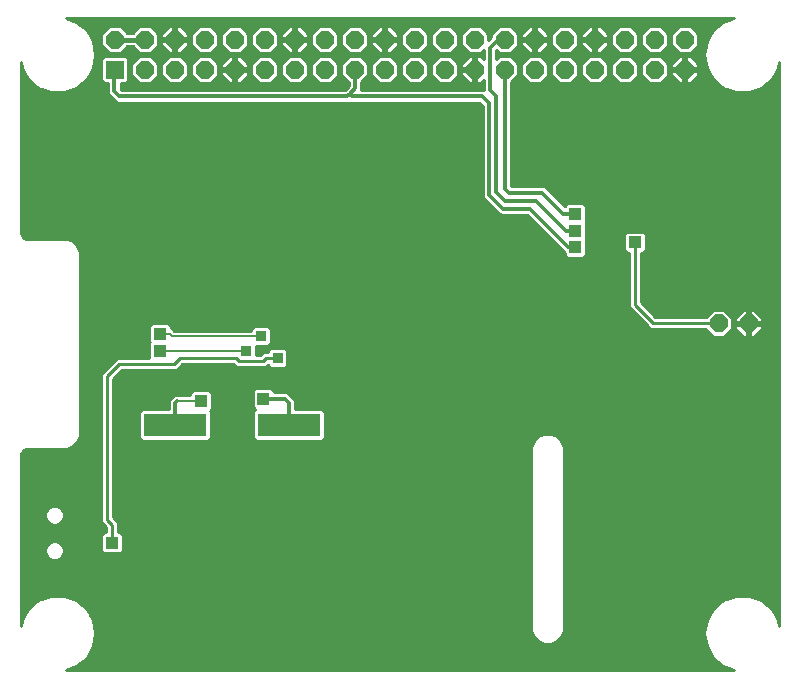
<source format=gbl>
G75*
%MOIN*%
%OFA0B0*%
%FSLAX24Y24*%
%IPPOS*%
%LPD*%
%AMOC8*
5,1,8,0,0,1.08239X$1,22.5*
%
%ADD10R,0.0600X0.0600*%
%ADD11OC8,0.0600*%
%ADD12R,0.2100X0.0760*%
%ADD13C,0.0100*%
%ADD14C,0.0120*%
%ADD15R,0.0413X0.0413*%
%ADD16C,0.0160*%
%ADD17C,0.0080*%
%ADD18R,0.0356X0.0356*%
D10*
X003445Y020319D03*
D11*
X004445Y020319D03*
X005445Y020319D03*
X006445Y020319D03*
X007445Y020319D03*
X008445Y020319D03*
X009445Y020319D03*
X010445Y020319D03*
X011445Y020319D03*
X012445Y020319D03*
X013445Y020319D03*
X014445Y020319D03*
X015445Y020319D03*
X016445Y020319D03*
X017445Y020319D03*
X018445Y020319D03*
X019445Y020319D03*
X020445Y020319D03*
X021445Y020319D03*
X022445Y020319D03*
X022445Y021319D03*
X021445Y021319D03*
X020445Y021319D03*
X019445Y021319D03*
X018445Y021319D03*
X017445Y021319D03*
X016445Y021319D03*
X015445Y021319D03*
X014445Y021319D03*
X013445Y021319D03*
X012445Y021319D03*
X011445Y021319D03*
X010445Y021319D03*
X009445Y021319D03*
X008445Y021319D03*
X007445Y021319D03*
X006445Y021319D03*
X005445Y021319D03*
X004445Y021319D03*
X003445Y021319D03*
X023569Y011855D03*
X024569Y011855D03*
D12*
X009250Y008470D03*
X005450Y008470D03*
D13*
X002163Y000428D02*
X001812Y000300D01*
X024078Y000300D01*
X023727Y000428D01*
X023389Y000711D01*
X023169Y001093D01*
X023092Y001528D01*
X023169Y001962D01*
X023389Y002345D01*
X023727Y002628D01*
X024142Y002779D01*
X024583Y002779D01*
X024998Y002628D01*
X025336Y002345D01*
X025556Y001962D01*
X025591Y001769D01*
X025591Y020578D01*
X025556Y020385D01*
X025336Y020003D01*
X024998Y019719D01*
X024583Y019568D01*
X024142Y019568D01*
X023727Y019719D01*
X023389Y020003D01*
X023169Y020385D01*
X023092Y020819D01*
X023169Y021254D01*
X023389Y021636D01*
X023727Y021920D01*
X024078Y022047D01*
X001812Y022047D01*
X002163Y021920D01*
X002501Y021636D01*
X002722Y021254D01*
X002798Y020819D01*
X002722Y020385D01*
X002501Y020003D01*
X002163Y019719D01*
X001749Y019568D01*
X001307Y019568D01*
X000893Y019719D01*
X000555Y020003D01*
X000334Y020385D01*
X000300Y020578D01*
X000300Y014914D01*
X000305Y014866D01*
X000341Y014778D01*
X000408Y014711D01*
X000496Y014675D01*
X000544Y014670D01*
X001833Y014670D01*
X002033Y014587D01*
X002033Y014587D01*
X002186Y014434D01*
X002186Y014434D01*
X002269Y014235D01*
X002269Y008113D01*
X002186Y007913D01*
X002186Y007913D01*
X002033Y007760D01*
X002033Y007760D01*
X001833Y007677D01*
X000544Y007677D01*
X000496Y007672D01*
X000408Y007636D01*
X002990Y007636D01*
X002990Y007538D02*
X000328Y007538D01*
X000341Y007569D02*
X000408Y007636D01*
X000341Y007569D02*
X000305Y007481D01*
X000300Y007433D01*
X000300Y001769D01*
X000334Y001962D01*
X000555Y002345D01*
X000893Y002628D01*
X001307Y002779D01*
X001749Y002779D01*
X002163Y002628D01*
X002501Y002345D01*
X002722Y001962D01*
X002798Y001528D01*
X002722Y001093D01*
X002501Y000711D01*
X002163Y000428D01*
X002184Y000446D02*
X023706Y000446D01*
X023589Y000544D02*
X002302Y000544D01*
X002419Y000643D02*
X023471Y000643D01*
X023372Y000741D02*
X002518Y000741D01*
X002575Y000840D02*
X023315Y000840D01*
X023258Y000938D02*
X002632Y000938D01*
X002689Y001037D02*
X023202Y001037D01*
X023161Y001135D02*
X002729Y001135D01*
X002747Y001234D02*
X017632Y001234D01*
X017559Y001264D02*
X017758Y001181D01*
X017929Y001181D01*
X017975Y001181D01*
X018175Y001264D01*
X018327Y001417D01*
X018410Y001617D01*
X018410Y007738D01*
X018327Y007938D01*
X018175Y008091D01*
X018175Y008091D01*
X017975Y008174D01*
X017758Y008174D01*
X017559Y008091D01*
X017559Y008091D01*
X017406Y007938D01*
X017323Y007738D01*
X017323Y001617D01*
X017406Y001417D01*
X017559Y001264D01*
X017559Y001264D01*
X017490Y001332D02*
X002764Y001332D01*
X002781Y001431D02*
X017400Y001431D01*
X017406Y001417D02*
X017406Y001417D01*
X017359Y001529D02*
X002798Y001529D01*
X002781Y001628D02*
X017323Y001628D01*
X017323Y001726D02*
X002764Y001726D01*
X002746Y001825D02*
X017323Y001825D01*
X017323Y001923D02*
X002729Y001923D01*
X002688Y002022D02*
X017323Y002022D01*
X017323Y002120D02*
X002631Y002120D01*
X002574Y002219D02*
X017323Y002219D01*
X017323Y002317D02*
X002517Y002317D01*
X002417Y002416D02*
X017323Y002416D01*
X017323Y002514D02*
X002299Y002514D01*
X002182Y002613D02*
X017323Y002613D01*
X017323Y002711D02*
X001936Y002711D01*
X001120Y002711D02*
X000300Y002711D01*
X000300Y002613D02*
X000874Y002613D01*
X000757Y002514D02*
X000300Y002514D01*
X000300Y002416D02*
X000639Y002416D01*
X000539Y002317D02*
X000300Y002317D01*
X000300Y002219D02*
X000482Y002219D01*
X000425Y002120D02*
X000300Y002120D01*
X000300Y002022D02*
X000368Y002022D01*
X000327Y001923D02*
X000300Y001923D01*
X000300Y001825D02*
X000310Y001825D01*
X000300Y002810D02*
X017323Y002810D01*
X017323Y002908D02*
X000300Y002908D01*
X000300Y003007D02*
X017323Y003007D01*
X017323Y003105D02*
X000300Y003105D01*
X000300Y003204D02*
X017323Y003204D01*
X017323Y003302D02*
X000300Y003302D01*
X000300Y003401D02*
X017323Y003401D01*
X017323Y003499D02*
X000300Y003499D01*
X000300Y003598D02*
X017323Y003598D01*
X017323Y003696D02*
X000300Y003696D01*
X000300Y003795D02*
X017323Y003795D01*
X017323Y003893D02*
X000300Y003893D01*
X000300Y003992D02*
X001322Y003992D01*
X001369Y003972D02*
X001491Y003972D01*
X001604Y004019D01*
X001691Y004105D01*
X001737Y004218D01*
X001737Y004341D01*
X001691Y004454D01*
X001604Y004540D01*
X001491Y004587D01*
X001369Y004587D01*
X001256Y004540D01*
X001169Y004454D01*
X001123Y004341D01*
X001123Y004218D01*
X001169Y004105D01*
X001256Y004019D01*
X001369Y003972D01*
X001538Y003992D02*
X017323Y003992D01*
X017323Y004090D02*
X001675Y004090D01*
X001725Y004189D02*
X017323Y004189D01*
X017323Y004287D02*
X003707Y004287D01*
X003707Y004281D02*
X003707Y004819D01*
X003619Y004907D01*
X003550Y004907D01*
X003550Y005233D01*
X003390Y005393D01*
X003390Y010017D01*
X003673Y010300D01*
X005493Y010300D01*
X005610Y010417D01*
X005610Y010417D01*
X005693Y010500D01*
X007397Y010500D01*
X007497Y010400D01*
X008463Y010400D01*
X008542Y010479D01*
X008542Y010470D01*
X008630Y010382D01*
X009110Y010382D01*
X009198Y010470D01*
X009198Y010950D01*
X009110Y011038D01*
X008630Y011038D01*
X008542Y010950D01*
X008542Y010910D01*
X008407Y010910D01*
X008297Y010800D01*
X008158Y010800D01*
X008158Y011102D01*
X008550Y011102D01*
X008638Y011190D01*
X008638Y011670D01*
X008550Y011758D01*
X008070Y011758D01*
X007982Y011670D01*
X007982Y011620D01*
X005429Y011620D01*
X005349Y011700D01*
X005307Y011700D01*
X005307Y011779D01*
X005219Y011867D01*
X004681Y011867D01*
X004593Y011779D01*
X004593Y011241D01*
X004604Y011230D01*
X004593Y011219D01*
X004593Y010700D01*
X003507Y010700D01*
X003390Y010583D01*
X002990Y010183D01*
X002990Y005227D01*
X003150Y005067D01*
X003150Y004907D01*
X003081Y004907D01*
X002993Y004819D01*
X002993Y004281D01*
X003081Y004193D01*
X003619Y004193D01*
X003707Y004281D01*
X003707Y004386D02*
X017323Y004386D01*
X017323Y004484D02*
X003707Y004484D01*
X003707Y004583D02*
X017323Y004583D01*
X017323Y004681D02*
X003707Y004681D01*
X003707Y004780D02*
X017323Y004780D01*
X017323Y004878D02*
X003648Y004878D01*
X003550Y004977D02*
X017323Y004977D01*
X017323Y005075D02*
X003550Y005075D01*
X003550Y005174D02*
X017323Y005174D01*
X017323Y005272D02*
X003511Y005272D01*
X003412Y005371D02*
X017323Y005371D01*
X017323Y005469D02*
X003390Y005469D01*
X003390Y005568D02*
X017323Y005568D01*
X017323Y005666D02*
X003390Y005666D01*
X003390Y005765D02*
X017323Y005765D01*
X017323Y005863D02*
X003390Y005863D01*
X003390Y005962D02*
X017323Y005962D01*
X017323Y006060D02*
X003390Y006060D01*
X003390Y006159D02*
X017323Y006159D01*
X017323Y006257D02*
X003390Y006257D01*
X003390Y006356D02*
X017323Y006356D01*
X017323Y006454D02*
X003390Y006454D01*
X003390Y006553D02*
X017323Y006553D01*
X017323Y006651D02*
X003390Y006651D01*
X003390Y006750D02*
X017323Y006750D01*
X017323Y006848D02*
X003390Y006848D01*
X003390Y006947D02*
X017323Y006947D01*
X017323Y007045D02*
X003390Y007045D01*
X003390Y007144D02*
X017323Y007144D01*
X017323Y007242D02*
X003390Y007242D01*
X003390Y007341D02*
X017323Y007341D01*
X017323Y007439D02*
X003390Y007439D01*
X003390Y007538D02*
X017323Y007538D01*
X017323Y007636D02*
X003390Y007636D01*
X003390Y007735D02*
X017323Y007735D01*
X017362Y007833D02*
X003390Y007833D01*
X003390Y007932D02*
X017403Y007932D01*
X017406Y007938D02*
X017406Y007938D01*
X017497Y008030D02*
X010450Y008030D01*
X010450Y008028D02*
X010362Y007940D01*
X008138Y007940D01*
X008050Y008028D01*
X008050Y008912D01*
X008131Y008993D01*
X008121Y008993D01*
X008033Y009081D01*
X008033Y009619D01*
X008121Y009707D01*
X008659Y009707D01*
X008747Y009619D01*
X008747Y009560D01*
X009197Y009560D01*
X009320Y009437D01*
X009460Y009297D01*
X009460Y009000D01*
X010362Y009000D01*
X010450Y008912D01*
X010450Y008028D01*
X010450Y008129D02*
X017649Y008129D01*
X018085Y008129D02*
X025591Y008129D01*
X025591Y008227D02*
X010450Y008227D01*
X010450Y008326D02*
X025591Y008326D01*
X025591Y008424D02*
X010450Y008424D01*
X010450Y008523D02*
X025591Y008523D01*
X025591Y008621D02*
X010450Y008621D01*
X010450Y008720D02*
X025591Y008720D01*
X025591Y008818D02*
X010450Y008818D01*
X010446Y008917D02*
X025591Y008917D01*
X025591Y009015D02*
X009460Y009015D01*
X009460Y009114D02*
X025591Y009114D01*
X025591Y009212D02*
X009460Y009212D01*
X009446Y009311D02*
X025591Y009311D01*
X025591Y009409D02*
X009348Y009409D01*
X009249Y009508D02*
X025591Y009508D01*
X025591Y009606D02*
X008747Y009606D01*
X008661Y009705D02*
X025591Y009705D01*
X025591Y009803D02*
X003390Y009803D01*
X003390Y009705D02*
X008119Y009705D01*
X008033Y009606D02*
X006599Y009606D01*
X006579Y009627D02*
X006667Y009539D01*
X006667Y009001D01*
X006614Y008948D01*
X006650Y008912D01*
X006650Y008028D01*
X006562Y007940D01*
X004338Y007940D01*
X004250Y008028D01*
X004250Y008912D01*
X004338Y009000D01*
X005240Y009000D01*
X005240Y009297D01*
X005423Y009480D01*
X005597Y009480D01*
X005617Y009460D01*
X005953Y009460D01*
X005953Y009539D01*
X006041Y009627D01*
X006579Y009627D01*
X006667Y009508D02*
X008033Y009508D01*
X008033Y009409D02*
X006667Y009409D01*
X006667Y009311D02*
X008033Y009311D01*
X008033Y009212D02*
X006667Y009212D01*
X006667Y009114D02*
X008033Y009114D01*
X008099Y009015D02*
X006667Y009015D01*
X006646Y008917D02*
X008054Y008917D01*
X008050Y008818D02*
X006650Y008818D01*
X006650Y008720D02*
X008050Y008720D01*
X008050Y008621D02*
X006650Y008621D01*
X006650Y008523D02*
X008050Y008523D01*
X008050Y008424D02*
X006650Y008424D01*
X006650Y008326D02*
X008050Y008326D01*
X008050Y008227D02*
X006650Y008227D01*
X006650Y008129D02*
X008050Y008129D01*
X008050Y008030D02*
X006650Y008030D01*
X005240Y009015D02*
X003390Y009015D01*
X003390Y008917D02*
X004254Y008917D01*
X004250Y008818D02*
X003390Y008818D01*
X003390Y008720D02*
X004250Y008720D01*
X004250Y008621D02*
X003390Y008621D01*
X003390Y008523D02*
X004250Y008523D01*
X004250Y008424D02*
X003390Y008424D01*
X003390Y008326D02*
X004250Y008326D01*
X004250Y008227D02*
X003390Y008227D01*
X003390Y008129D02*
X004250Y008129D01*
X004250Y008030D02*
X003390Y008030D01*
X002990Y008030D02*
X002234Y008030D01*
X002269Y008129D02*
X002990Y008129D01*
X002990Y008227D02*
X002269Y008227D01*
X002269Y008326D02*
X002990Y008326D01*
X002990Y008424D02*
X002269Y008424D01*
X002269Y008523D02*
X002990Y008523D01*
X002990Y008621D02*
X002269Y008621D01*
X002269Y008720D02*
X002990Y008720D01*
X002990Y008818D02*
X002269Y008818D01*
X002269Y008917D02*
X002990Y008917D01*
X002990Y009015D02*
X002269Y009015D01*
X002269Y009114D02*
X002990Y009114D01*
X002990Y009212D02*
X002269Y009212D01*
X002269Y009311D02*
X002990Y009311D01*
X002990Y009409D02*
X002269Y009409D01*
X002269Y009508D02*
X002990Y009508D01*
X002990Y009606D02*
X002269Y009606D01*
X002269Y009705D02*
X002990Y009705D01*
X002990Y009803D02*
X002269Y009803D01*
X002269Y009902D02*
X002990Y009902D01*
X002990Y010000D02*
X002269Y010000D01*
X002269Y010099D02*
X002990Y010099D01*
X003004Y010197D02*
X002269Y010197D01*
X002269Y010296D02*
X003103Y010296D01*
X003201Y010394D02*
X002269Y010394D01*
X002269Y010493D02*
X003300Y010493D01*
X003398Y010591D02*
X002269Y010591D01*
X002269Y010690D02*
X003497Y010690D01*
X003590Y010500D02*
X005410Y010500D01*
X005610Y010700D01*
X007480Y010700D01*
X007580Y010600D01*
X008380Y010600D01*
X008490Y010710D01*
X008870Y010710D01*
X009198Y010690D02*
X025591Y010690D01*
X025591Y010788D02*
X009198Y010788D01*
X009198Y010887D02*
X025591Y010887D01*
X025591Y010985D02*
X009163Y010985D01*
X009198Y010591D02*
X025591Y010591D01*
X025591Y010493D02*
X009198Y010493D01*
X009122Y010394D02*
X025591Y010394D01*
X025591Y010296D02*
X003668Y010296D01*
X003570Y010197D02*
X025591Y010197D01*
X025591Y010099D02*
X003471Y010099D01*
X003390Y010000D02*
X025591Y010000D01*
X025591Y009902D02*
X003390Y009902D01*
X003190Y010100D02*
X003190Y005310D01*
X003350Y005150D01*
X003350Y004550D01*
X002993Y004583D02*
X001502Y004583D01*
X001358Y004583D02*
X000300Y004583D01*
X000300Y004681D02*
X002993Y004681D01*
X002993Y004780D02*
X000300Y004780D01*
X000300Y004878D02*
X003052Y004878D01*
X003150Y004977D02*
X000300Y004977D01*
X000300Y005075D02*
X003142Y005075D01*
X003044Y005174D02*
X001541Y005174D01*
X001491Y005153D02*
X001604Y005200D01*
X001691Y005286D01*
X001737Y005399D01*
X001737Y005522D01*
X001691Y005635D01*
X001604Y005721D01*
X001491Y005768D01*
X001369Y005768D01*
X001256Y005721D01*
X001169Y005635D01*
X001123Y005522D01*
X001123Y005399D01*
X001169Y005286D01*
X001256Y005200D01*
X001369Y005153D01*
X001491Y005153D01*
X001319Y005174D02*
X000300Y005174D01*
X000300Y005272D02*
X001184Y005272D01*
X001134Y005371D02*
X000300Y005371D01*
X000300Y005469D02*
X001123Y005469D01*
X001141Y005568D02*
X000300Y005568D01*
X000300Y005666D02*
X001201Y005666D01*
X001360Y005765D02*
X000300Y005765D01*
X000300Y005863D02*
X002990Y005863D01*
X002990Y005765D02*
X001500Y005765D01*
X001659Y005666D02*
X002990Y005666D01*
X002990Y005568D02*
X001719Y005568D01*
X001737Y005469D02*
X002990Y005469D01*
X002990Y005371D02*
X001726Y005371D01*
X001676Y005272D02*
X002990Y005272D01*
X002990Y005962D02*
X000300Y005962D01*
X000300Y006060D02*
X002990Y006060D01*
X002990Y006159D02*
X000300Y006159D01*
X000300Y006257D02*
X002990Y006257D01*
X002990Y006356D02*
X000300Y006356D01*
X000300Y006454D02*
X002990Y006454D01*
X002990Y006553D02*
X000300Y006553D01*
X000300Y006651D02*
X002990Y006651D01*
X002990Y006750D02*
X000300Y006750D01*
X000300Y006848D02*
X002990Y006848D01*
X002990Y006947D02*
X000300Y006947D01*
X000300Y007045D02*
X002990Y007045D01*
X002990Y007144D02*
X000300Y007144D01*
X000300Y007242D02*
X002990Y007242D01*
X002990Y007341D02*
X000300Y007341D01*
X000301Y007439D02*
X002990Y007439D01*
X002990Y007735D02*
X001971Y007735D01*
X002106Y007833D02*
X002990Y007833D01*
X002990Y007932D02*
X002193Y007932D01*
X003390Y009114D02*
X005240Y009114D01*
X005240Y009212D02*
X003390Y009212D01*
X003390Y009311D02*
X005254Y009311D01*
X005352Y009409D02*
X003390Y009409D01*
X003390Y009508D02*
X005953Y009508D01*
X006021Y009606D02*
X003390Y009606D01*
X003190Y010100D02*
X003590Y010500D01*
X004593Y010788D02*
X002269Y010788D01*
X002269Y010887D02*
X004593Y010887D01*
X004593Y010985D02*
X002269Y010985D01*
X002269Y011084D02*
X004593Y011084D01*
X004593Y011182D02*
X002269Y011182D01*
X002269Y011281D02*
X004593Y011281D01*
X004593Y011379D02*
X002269Y011379D01*
X002269Y011478D02*
X004593Y011478D01*
X004593Y011576D02*
X002269Y011576D01*
X002269Y011675D02*
X004593Y011675D01*
X004593Y011773D02*
X002269Y011773D01*
X002269Y011872D02*
X021098Y011872D01*
X021170Y011799D02*
X021288Y011682D01*
X023119Y011682D01*
X023119Y011668D01*
X023383Y011405D01*
X023756Y011405D01*
X024019Y011668D01*
X024019Y012041D01*
X023756Y012305D01*
X023383Y012305D01*
X023160Y012082D01*
X021453Y012082D01*
X020980Y012556D01*
X020980Y014203D01*
X021049Y014203D01*
X021137Y014291D01*
X021137Y014828D01*
X021049Y014916D01*
X020511Y014916D01*
X020423Y014828D01*
X020423Y014291D01*
X020511Y014203D01*
X020580Y014203D01*
X020580Y012390D01*
X021170Y011799D01*
X021197Y011773D02*
X005307Y011773D01*
X005374Y011675D02*
X007986Y011675D01*
X008158Y011084D02*
X025591Y011084D01*
X025591Y011182D02*
X008630Y011182D01*
X008638Y011281D02*
X025591Y011281D01*
X025591Y011379D02*
X008638Y011379D01*
X008638Y011478D02*
X023310Y011478D01*
X023212Y011576D02*
X008638Y011576D01*
X008634Y011675D02*
X023119Y011675D01*
X023542Y011882D02*
X023569Y011855D01*
X023542Y011882D02*
X021370Y011882D01*
X020780Y012473D01*
X020780Y014559D01*
X021137Y014531D02*
X025591Y014531D01*
X025591Y014433D02*
X021137Y014433D01*
X021137Y014334D02*
X025591Y014334D01*
X025591Y014236D02*
X021082Y014236D01*
X020980Y014137D02*
X025591Y014137D01*
X025591Y014039D02*
X020980Y014039D01*
X020980Y013940D02*
X025591Y013940D01*
X025591Y013842D02*
X020980Y013842D01*
X020980Y013743D02*
X025591Y013743D01*
X025591Y013645D02*
X020980Y013645D01*
X020980Y013546D02*
X025591Y013546D01*
X025591Y013448D02*
X020980Y013448D01*
X020980Y013349D02*
X025591Y013349D01*
X025591Y013251D02*
X020980Y013251D01*
X020980Y013152D02*
X025591Y013152D01*
X025591Y013054D02*
X020980Y013054D01*
X020980Y012955D02*
X025591Y012955D01*
X025591Y012857D02*
X020980Y012857D01*
X020980Y012758D02*
X025591Y012758D01*
X025591Y012660D02*
X020980Y012660D01*
X020980Y012561D02*
X025591Y012561D01*
X025591Y012463D02*
X021073Y012463D01*
X021172Y012364D02*
X025591Y012364D01*
X025591Y012266D02*
X024795Y012266D01*
X024756Y012305D02*
X024619Y012305D01*
X024619Y011905D01*
X024519Y011905D01*
X024519Y011805D01*
X024119Y011805D01*
X024119Y011668D01*
X024383Y011405D01*
X024519Y011405D01*
X024519Y011805D01*
X024619Y011805D01*
X024619Y011405D01*
X024756Y011405D01*
X025019Y011668D01*
X025019Y011805D01*
X024619Y011805D01*
X024619Y011905D01*
X025019Y011905D01*
X025019Y012041D01*
X024756Y012305D01*
X024619Y012266D02*
X024519Y012266D01*
X024519Y012305D02*
X024383Y012305D01*
X024119Y012041D01*
X024119Y011905D01*
X024519Y011905D01*
X024519Y012305D01*
X024519Y012167D02*
X024619Y012167D01*
X024619Y012069D02*
X024519Y012069D01*
X024519Y011970D02*
X024619Y011970D01*
X024619Y011872D02*
X025591Y011872D01*
X025591Y011970D02*
X025019Y011970D01*
X024992Y012069D02*
X025591Y012069D01*
X025591Y012167D02*
X024893Y012167D01*
X024519Y011872D02*
X024019Y011872D01*
X024019Y011970D02*
X024119Y011970D01*
X024147Y012069D02*
X023992Y012069D01*
X023893Y012167D02*
X024245Y012167D01*
X024344Y012266D02*
X023795Y012266D01*
X023344Y012266D02*
X021270Y012266D01*
X021369Y012167D02*
X023245Y012167D01*
X024019Y011773D02*
X024119Y011773D01*
X024119Y011675D02*
X024019Y011675D01*
X023927Y011576D02*
X024212Y011576D01*
X024310Y011478D02*
X023828Y011478D01*
X024519Y011478D02*
X024619Y011478D01*
X024619Y011576D02*
X024519Y011576D01*
X024519Y011675D02*
X024619Y011675D01*
X024619Y011773D02*
X024519Y011773D01*
X024828Y011478D02*
X025591Y011478D01*
X025591Y011576D02*
X024927Y011576D01*
X025019Y011675D02*
X025591Y011675D01*
X025591Y011773D02*
X025019Y011773D01*
X025591Y014630D02*
X021137Y014630D01*
X021137Y014728D02*
X025591Y014728D01*
X025591Y014827D02*
X021137Y014827D01*
X020423Y014827D02*
X019147Y014827D01*
X019147Y014925D02*
X025591Y014925D01*
X025591Y015024D02*
X019147Y015024D01*
X019147Y015122D02*
X025591Y015122D01*
X025591Y015221D02*
X019145Y015221D01*
X019147Y015219D02*
X019136Y015230D01*
X019147Y015241D01*
X019147Y015779D01*
X019059Y015867D01*
X018521Y015867D01*
X018433Y015779D01*
X018433Y015764D01*
X017774Y016423D01*
X016674Y016423D01*
X016660Y016437D01*
X016660Y019898D01*
X016895Y020133D01*
X016895Y020506D01*
X016632Y020769D01*
X016259Y020769D01*
X016160Y020670D01*
X016160Y020963D01*
X016163Y020966D01*
X016259Y020869D01*
X016632Y020869D01*
X016895Y021133D01*
X016895Y021506D01*
X016632Y021769D01*
X016259Y021769D01*
X015995Y021506D01*
X015995Y021392D01*
X015895Y021292D01*
X015895Y021506D01*
X015632Y021769D01*
X015259Y021769D01*
X014995Y021506D01*
X014995Y021133D01*
X015259Y020869D01*
X015632Y020869D01*
X015740Y020978D01*
X015740Y020661D01*
X015632Y020769D01*
X015495Y020769D01*
X015495Y020369D01*
X015395Y020369D01*
X015395Y020269D01*
X015495Y020269D01*
X015495Y019869D01*
X015632Y019869D01*
X015740Y019978D01*
X015740Y019640D01*
X011659Y019640D01*
X011659Y019897D01*
X011895Y020133D01*
X011895Y020506D01*
X011632Y020769D01*
X011259Y020769D01*
X010995Y020506D01*
X010995Y020133D01*
X011239Y019889D01*
X011239Y019776D01*
X011183Y019720D01*
X011103Y019640D01*
X003677Y019640D01*
X003640Y019677D01*
X003640Y019869D01*
X003807Y019869D01*
X003895Y019957D01*
X003895Y020681D01*
X003807Y020769D01*
X003083Y020769D01*
X002995Y020681D01*
X002995Y019957D01*
X003083Y019869D01*
X003220Y019869D01*
X003220Y019503D01*
X003343Y019380D01*
X003503Y019220D01*
X015583Y019220D01*
X015700Y019103D01*
X015700Y016063D01*
X015823Y015940D01*
X016303Y015460D01*
X017183Y015460D01*
X018340Y014303D01*
X018433Y014210D01*
X018433Y014121D01*
X018521Y014033D01*
X019059Y014033D01*
X019147Y014121D01*
X019147Y014659D01*
X019136Y014670D01*
X019147Y014681D01*
X019147Y015219D01*
X019147Y015319D02*
X025591Y015319D01*
X025591Y015418D02*
X019147Y015418D01*
X019147Y015516D02*
X025591Y015516D01*
X025591Y015615D02*
X019147Y015615D01*
X019147Y015713D02*
X025591Y015713D01*
X025591Y015812D02*
X019114Y015812D01*
X018466Y015812D02*
X018385Y015812D01*
X018287Y015910D02*
X025591Y015910D01*
X025591Y016009D02*
X018188Y016009D01*
X018090Y016107D02*
X025591Y016107D01*
X025591Y016206D02*
X017991Y016206D01*
X017893Y016304D02*
X025591Y016304D01*
X025591Y016403D02*
X017794Y016403D01*
X016660Y016501D02*
X025591Y016501D01*
X025591Y016600D02*
X016660Y016600D01*
X016660Y016698D02*
X025591Y016698D01*
X025591Y016797D02*
X016660Y016797D01*
X016660Y016895D02*
X025591Y016895D01*
X025591Y016994D02*
X016660Y016994D01*
X016660Y017092D02*
X025591Y017092D01*
X025591Y017191D02*
X016660Y017191D01*
X016660Y017289D02*
X025591Y017289D01*
X025591Y017388D02*
X016660Y017388D01*
X016660Y017486D02*
X025591Y017486D01*
X025591Y017585D02*
X016660Y017585D01*
X016660Y017683D02*
X025591Y017683D01*
X025591Y017782D02*
X016660Y017782D01*
X016660Y017880D02*
X025591Y017880D01*
X025591Y017979D02*
X016660Y017979D01*
X016660Y018077D02*
X025591Y018077D01*
X025591Y018176D02*
X016660Y018176D01*
X016660Y018274D02*
X025591Y018274D01*
X025591Y018373D02*
X016660Y018373D01*
X016660Y018471D02*
X025591Y018471D01*
X025591Y018570D02*
X016660Y018570D01*
X016660Y018668D02*
X025591Y018668D01*
X025591Y018767D02*
X016660Y018767D01*
X016660Y018865D02*
X025591Y018865D01*
X025591Y018964D02*
X016660Y018964D01*
X016660Y019062D02*
X025591Y019062D01*
X025591Y019161D02*
X016660Y019161D01*
X016660Y019259D02*
X025591Y019259D01*
X025591Y019358D02*
X016660Y019358D01*
X016660Y019456D02*
X025591Y019456D01*
X025591Y019555D02*
X016660Y019555D01*
X016660Y019653D02*
X023909Y019653D01*
X023689Y019752D02*
X016660Y019752D01*
X016660Y019850D02*
X023571Y019850D01*
X023454Y019949D02*
X022711Y019949D01*
X022632Y019869D02*
X022495Y019869D01*
X022495Y020269D01*
X022395Y020269D01*
X022395Y019869D01*
X022259Y019869D01*
X021995Y020133D01*
X021995Y020269D01*
X022395Y020269D01*
X022395Y020369D01*
X021995Y020369D01*
X021995Y020506D01*
X022259Y020769D01*
X022395Y020769D01*
X022395Y020369D01*
X022495Y020369D01*
X022895Y020369D01*
X022895Y020506D01*
X022632Y020769D01*
X022495Y020769D01*
X022495Y020369D01*
X022495Y020269D01*
X022895Y020269D01*
X022895Y020133D01*
X022632Y019869D01*
X022495Y019949D02*
X022395Y019949D01*
X022395Y020047D02*
X022495Y020047D01*
X022495Y020146D02*
X022395Y020146D01*
X022395Y020244D02*
X022495Y020244D01*
X022495Y020343D02*
X023193Y020343D01*
X023159Y020441D02*
X022895Y020441D01*
X022861Y020540D02*
X023141Y020540D01*
X023124Y020638D02*
X022763Y020638D01*
X022664Y020737D02*
X023107Y020737D01*
X023095Y020835D02*
X016160Y020835D01*
X016160Y020737D02*
X016226Y020737D01*
X016195Y020934D02*
X016160Y020934D01*
X015740Y020934D02*
X015696Y020934D01*
X015740Y020835D02*
X002796Y020835D01*
X002784Y020737D02*
X003050Y020737D01*
X002995Y020638D02*
X002766Y020638D01*
X002749Y020540D02*
X002995Y020540D01*
X002995Y020441D02*
X002732Y020441D01*
X002697Y020343D02*
X002995Y020343D01*
X002995Y020244D02*
X002641Y020244D01*
X002584Y020146D02*
X002995Y020146D01*
X002995Y020047D02*
X002527Y020047D01*
X002437Y019949D02*
X003004Y019949D01*
X003220Y019850D02*
X002319Y019850D01*
X002202Y019752D02*
X003220Y019752D01*
X003220Y019653D02*
X001982Y019653D01*
X001074Y019653D02*
X000300Y019653D01*
X000300Y019555D02*
X003220Y019555D01*
X003267Y019456D02*
X000300Y019456D01*
X000300Y019358D02*
X003365Y019358D01*
X003464Y019259D02*
X000300Y019259D01*
X000300Y019161D02*
X015642Y019161D01*
X015700Y019062D02*
X000300Y019062D01*
X000300Y018964D02*
X015700Y018964D01*
X015700Y018865D02*
X000300Y018865D01*
X000300Y018767D02*
X015700Y018767D01*
X015700Y018668D02*
X000300Y018668D01*
X000300Y018570D02*
X015700Y018570D01*
X015700Y018471D02*
X000300Y018471D01*
X000300Y018373D02*
X015700Y018373D01*
X015700Y018274D02*
X000300Y018274D01*
X000300Y018176D02*
X015700Y018176D01*
X015700Y018077D02*
X000300Y018077D01*
X000300Y017979D02*
X015700Y017979D01*
X015700Y017880D02*
X000300Y017880D01*
X000300Y017782D02*
X015700Y017782D01*
X015700Y017683D02*
X000300Y017683D01*
X000300Y017585D02*
X015700Y017585D01*
X015700Y017486D02*
X000300Y017486D01*
X000300Y017388D02*
X015700Y017388D01*
X015700Y017289D02*
X000300Y017289D01*
X000300Y017191D02*
X015700Y017191D01*
X015700Y017092D02*
X000300Y017092D01*
X000300Y016994D02*
X015700Y016994D01*
X015700Y016895D02*
X000300Y016895D01*
X000300Y016797D02*
X015700Y016797D01*
X015700Y016698D02*
X000300Y016698D01*
X000300Y016600D02*
X015700Y016600D01*
X015700Y016501D02*
X000300Y016501D01*
X000300Y016403D02*
X015700Y016403D01*
X015700Y016304D02*
X000300Y016304D01*
X000300Y016206D02*
X015700Y016206D01*
X015700Y016107D02*
X000300Y016107D01*
X000300Y016009D02*
X015754Y016009D01*
X015853Y015910D02*
X000300Y015910D01*
X000300Y015812D02*
X015951Y015812D01*
X016050Y015713D02*
X000300Y015713D01*
X000300Y015615D02*
X016148Y015615D01*
X016247Y015516D02*
X000300Y015516D01*
X000300Y015418D02*
X017225Y015418D01*
X017324Y015319D02*
X000300Y015319D01*
X000300Y015221D02*
X017422Y015221D01*
X017521Y015122D02*
X000300Y015122D01*
X000300Y015024D02*
X017619Y015024D01*
X017718Y014925D02*
X000300Y014925D01*
X000321Y014827D02*
X017816Y014827D01*
X017915Y014728D02*
X000391Y014728D01*
X001931Y014630D02*
X018013Y014630D01*
X018112Y014531D02*
X002089Y014531D01*
X002186Y014433D02*
X018210Y014433D01*
X018309Y014334D02*
X002227Y014334D01*
X002268Y014236D02*
X018407Y014236D01*
X018433Y014137D02*
X002269Y014137D01*
X002269Y014039D02*
X018516Y014039D01*
X019064Y014039D02*
X020580Y014039D01*
X020580Y014137D02*
X019147Y014137D01*
X019147Y014236D02*
X020478Y014236D01*
X020423Y014334D02*
X019147Y014334D01*
X019147Y014433D02*
X020423Y014433D01*
X020423Y014531D02*
X019147Y014531D01*
X019147Y014630D02*
X020423Y014630D01*
X020423Y014728D02*
X019147Y014728D01*
X020580Y013940D02*
X002269Y013940D01*
X002269Y013842D02*
X020580Y013842D01*
X020580Y013743D02*
X002269Y013743D01*
X002269Y013645D02*
X020580Y013645D01*
X020580Y013546D02*
X002269Y013546D01*
X002269Y013448D02*
X020580Y013448D01*
X020580Y013349D02*
X002269Y013349D01*
X002269Y013251D02*
X020580Y013251D01*
X020580Y013152D02*
X002269Y013152D01*
X002269Y013054D02*
X020580Y013054D01*
X020580Y012955D02*
X002269Y012955D01*
X002269Y012857D02*
X020580Y012857D01*
X020580Y012758D02*
X002269Y012758D01*
X002269Y012660D02*
X020580Y012660D01*
X020580Y012561D02*
X002269Y012561D01*
X002269Y012463D02*
X020580Y012463D01*
X020606Y012364D02*
X002269Y012364D01*
X002269Y012266D02*
X020704Y012266D01*
X020803Y012167D02*
X002269Y012167D01*
X002269Y012069D02*
X020901Y012069D01*
X021000Y011970D02*
X002269Y011970D01*
X005587Y010394D02*
X008618Y010394D01*
X008384Y010887D02*
X008158Y010887D01*
X008158Y010985D02*
X008577Y010985D01*
X007405Y010493D02*
X005685Y010493D01*
X002993Y004484D02*
X001660Y004484D01*
X001719Y004386D02*
X002993Y004386D01*
X002993Y004287D02*
X001737Y004287D01*
X001200Y004484D02*
X000300Y004484D01*
X000300Y004386D02*
X001141Y004386D01*
X001123Y004287D02*
X000300Y004287D01*
X000300Y004189D02*
X001135Y004189D01*
X001185Y004090D02*
X000300Y004090D01*
X001941Y000347D02*
X023949Y000347D01*
X023144Y001234D02*
X018101Y001234D01*
X018175Y001264D02*
X018175Y001264D01*
X018243Y001332D02*
X023127Y001332D01*
X023109Y001431D02*
X018333Y001431D01*
X018327Y001417D02*
X018327Y001417D01*
X018374Y001529D02*
X023092Y001529D01*
X023110Y001628D02*
X018410Y001628D01*
X018410Y001726D02*
X023127Y001726D01*
X023144Y001825D02*
X018410Y001825D01*
X018410Y001923D02*
X023162Y001923D01*
X023203Y002022D02*
X018410Y002022D01*
X018410Y002120D02*
X023260Y002120D01*
X023317Y002219D02*
X018410Y002219D01*
X018410Y002317D02*
X023373Y002317D01*
X023474Y002416D02*
X018410Y002416D01*
X018410Y002514D02*
X023591Y002514D01*
X023709Y002613D02*
X018410Y002613D01*
X018410Y002711D02*
X023955Y002711D01*
X024770Y002711D02*
X025591Y002711D01*
X025591Y002613D02*
X025017Y002613D01*
X025134Y002514D02*
X025591Y002514D01*
X025591Y002416D02*
X025251Y002416D01*
X025352Y002317D02*
X025591Y002317D01*
X025591Y002219D02*
X025409Y002219D01*
X025466Y002120D02*
X025591Y002120D01*
X025591Y002022D02*
X025522Y002022D01*
X025563Y001923D02*
X025591Y001923D01*
X025581Y001825D02*
X025591Y001825D01*
X025591Y002810D02*
X018410Y002810D01*
X018410Y002908D02*
X025591Y002908D01*
X025591Y003007D02*
X018410Y003007D01*
X018410Y003105D02*
X025591Y003105D01*
X025591Y003204D02*
X018410Y003204D01*
X018410Y003302D02*
X025591Y003302D01*
X025591Y003401D02*
X018410Y003401D01*
X018410Y003499D02*
X025591Y003499D01*
X025591Y003598D02*
X018410Y003598D01*
X018410Y003696D02*
X025591Y003696D01*
X025591Y003795D02*
X018410Y003795D01*
X018410Y003893D02*
X025591Y003893D01*
X025591Y003992D02*
X018410Y003992D01*
X018410Y004090D02*
X025591Y004090D01*
X025591Y004189D02*
X018410Y004189D01*
X018410Y004287D02*
X025591Y004287D01*
X025591Y004386D02*
X018410Y004386D01*
X018410Y004484D02*
X025591Y004484D01*
X025591Y004583D02*
X018410Y004583D01*
X018410Y004681D02*
X025591Y004681D01*
X025591Y004780D02*
X018410Y004780D01*
X018410Y004878D02*
X025591Y004878D01*
X025591Y004977D02*
X018410Y004977D01*
X018410Y005075D02*
X025591Y005075D01*
X025591Y005174D02*
X018410Y005174D01*
X018410Y005272D02*
X025591Y005272D01*
X025591Y005371D02*
X018410Y005371D01*
X018410Y005469D02*
X025591Y005469D01*
X025591Y005568D02*
X018410Y005568D01*
X018410Y005666D02*
X025591Y005666D01*
X025591Y005765D02*
X018410Y005765D01*
X018410Y005863D02*
X025591Y005863D01*
X025591Y005962D02*
X018410Y005962D01*
X018410Y006060D02*
X025591Y006060D01*
X025591Y006159D02*
X018410Y006159D01*
X018410Y006257D02*
X025591Y006257D01*
X025591Y006356D02*
X018410Y006356D01*
X018410Y006454D02*
X025591Y006454D01*
X025591Y006553D02*
X018410Y006553D01*
X018410Y006651D02*
X025591Y006651D01*
X025591Y006750D02*
X018410Y006750D01*
X018410Y006848D02*
X025591Y006848D01*
X025591Y006947D02*
X018410Y006947D01*
X018410Y007045D02*
X025591Y007045D01*
X025591Y007144D02*
X018410Y007144D01*
X018410Y007242D02*
X025591Y007242D01*
X025591Y007341D02*
X018410Y007341D01*
X018410Y007439D02*
X025591Y007439D01*
X025591Y007538D02*
X018410Y007538D01*
X018410Y007636D02*
X025591Y007636D01*
X025591Y007735D02*
X018410Y007735D01*
X018371Y007833D02*
X025591Y007833D01*
X025591Y007932D02*
X018330Y007932D01*
X018327Y007938D02*
X018327Y007938D01*
X018236Y008030D02*
X025591Y008030D01*
X017975Y001181D02*
X017975Y001181D01*
X015740Y019653D02*
X011659Y019653D01*
X011659Y019752D02*
X015740Y019752D01*
X015740Y019850D02*
X011659Y019850D01*
X011711Y019949D02*
X012180Y019949D01*
X012259Y019869D02*
X011995Y020133D01*
X011995Y020506D01*
X012259Y020769D01*
X012632Y020769D01*
X012895Y020506D01*
X012895Y020133D01*
X012632Y019869D01*
X012259Y019869D01*
X012081Y020047D02*
X011809Y020047D01*
X011895Y020146D02*
X011995Y020146D01*
X011995Y020244D02*
X011895Y020244D01*
X011895Y020343D02*
X011995Y020343D01*
X011995Y020441D02*
X011895Y020441D01*
X011861Y020540D02*
X012029Y020540D01*
X012128Y020638D02*
X011763Y020638D01*
X011664Y020737D02*
X012226Y020737D01*
X012259Y020869D02*
X012395Y020869D01*
X012395Y021269D01*
X012495Y021269D01*
X012495Y020869D01*
X012632Y020869D01*
X012895Y021133D01*
X012895Y021269D01*
X012495Y021269D01*
X012495Y021369D01*
X012895Y021369D01*
X012895Y021506D01*
X012632Y021769D01*
X012495Y021769D01*
X012495Y021369D01*
X012395Y021369D01*
X012395Y021269D01*
X011995Y021269D01*
X011995Y021133D01*
X012259Y020869D01*
X012195Y020934D02*
X011696Y020934D01*
X011632Y020869D02*
X011895Y021133D01*
X011895Y021506D01*
X011632Y021769D01*
X011259Y021769D01*
X010995Y021506D01*
X010995Y021133D01*
X011259Y020869D01*
X011632Y020869D01*
X011794Y021032D02*
X012096Y021032D01*
X011998Y021131D02*
X011893Y021131D01*
X011895Y021229D02*
X011995Y021229D01*
X011895Y021328D02*
X012395Y021328D01*
X012395Y021369D02*
X011995Y021369D01*
X011995Y021506D01*
X012259Y021769D01*
X012395Y021769D01*
X012395Y021369D01*
X012395Y021426D02*
X012495Y021426D01*
X012495Y021328D02*
X012995Y021328D01*
X012995Y021426D02*
X012895Y021426D01*
X012876Y021525D02*
X013014Y021525D01*
X012995Y021506D02*
X012995Y021133D01*
X013259Y020869D01*
X013632Y020869D01*
X013895Y021133D01*
X013895Y021506D01*
X013632Y021769D01*
X013259Y021769D01*
X012995Y021506D01*
X013113Y021623D02*
X012778Y021623D01*
X012679Y021722D02*
X013211Y021722D01*
X013679Y021722D02*
X014211Y021722D01*
X014259Y021769D02*
X013995Y021506D01*
X013995Y021133D01*
X014259Y020869D01*
X014632Y020869D01*
X014895Y021133D01*
X014895Y021506D01*
X014632Y021769D01*
X014259Y021769D01*
X014113Y021623D02*
X013778Y021623D01*
X013876Y021525D02*
X014014Y021525D01*
X013995Y021426D02*
X013895Y021426D01*
X013895Y021328D02*
X013995Y021328D01*
X013995Y021229D02*
X013895Y021229D01*
X013893Y021131D02*
X013998Y021131D01*
X014096Y021032D02*
X013794Y021032D01*
X013696Y020934D02*
X014195Y020934D01*
X014259Y020769D02*
X013995Y020506D01*
X013995Y020133D01*
X014259Y019869D01*
X014632Y019869D01*
X014895Y020133D01*
X014895Y020506D01*
X014632Y020769D01*
X014259Y020769D01*
X014226Y020737D02*
X013664Y020737D01*
X013632Y020769D02*
X013259Y020769D01*
X012995Y020506D01*
X012995Y020133D01*
X013259Y019869D01*
X013632Y019869D01*
X013895Y020133D01*
X013895Y020506D01*
X013632Y020769D01*
X013763Y020638D02*
X014128Y020638D01*
X014029Y020540D02*
X013861Y020540D01*
X013895Y020441D02*
X013995Y020441D01*
X013995Y020343D02*
X013895Y020343D01*
X013895Y020244D02*
X013995Y020244D01*
X013995Y020146D02*
X013895Y020146D01*
X013809Y020047D02*
X014081Y020047D01*
X014180Y019949D02*
X013711Y019949D01*
X013180Y019949D02*
X012711Y019949D01*
X012809Y020047D02*
X013081Y020047D01*
X012995Y020146D02*
X012895Y020146D01*
X012895Y020244D02*
X012995Y020244D01*
X012995Y020343D02*
X012895Y020343D01*
X012895Y020441D02*
X012995Y020441D01*
X013029Y020540D02*
X012861Y020540D01*
X012763Y020638D02*
X013128Y020638D01*
X013226Y020737D02*
X012664Y020737D01*
X012696Y020934D02*
X013195Y020934D01*
X013096Y021032D02*
X012794Y021032D01*
X012893Y021131D02*
X012998Y021131D01*
X012995Y021229D02*
X012895Y021229D01*
X012495Y021229D02*
X012395Y021229D01*
X012395Y021131D02*
X012495Y021131D01*
X012495Y021032D02*
X012395Y021032D01*
X012395Y020934D02*
X012495Y020934D01*
X011995Y021426D02*
X011895Y021426D01*
X011876Y021525D02*
X012014Y021525D01*
X012113Y021623D02*
X011778Y021623D01*
X011679Y021722D02*
X012211Y021722D01*
X012395Y021722D02*
X012495Y021722D01*
X012495Y021623D02*
X012395Y021623D01*
X012395Y021525D02*
X012495Y021525D01*
X011211Y021722D02*
X010679Y021722D01*
X010632Y021769D02*
X010895Y021506D01*
X010895Y021133D01*
X010632Y020869D01*
X010259Y020869D01*
X009995Y021133D01*
X009995Y021506D01*
X010259Y021769D01*
X010632Y021769D01*
X010778Y021623D02*
X011113Y021623D01*
X011014Y021525D02*
X010876Y021525D01*
X010895Y021426D02*
X010995Y021426D01*
X010995Y021328D02*
X010895Y021328D01*
X010895Y021229D02*
X010995Y021229D01*
X010998Y021131D02*
X010893Y021131D01*
X010794Y021032D02*
X011096Y021032D01*
X011195Y020934D02*
X010696Y020934D01*
X010632Y020769D02*
X010259Y020769D01*
X009995Y020506D01*
X009995Y020133D01*
X010259Y019869D01*
X010632Y019869D01*
X010895Y020133D01*
X010895Y020506D01*
X010632Y020769D01*
X010664Y020737D02*
X011226Y020737D01*
X011128Y020638D02*
X010763Y020638D01*
X010861Y020540D02*
X011029Y020540D01*
X010995Y020441D02*
X010895Y020441D01*
X010895Y020343D02*
X010995Y020343D01*
X010995Y020244D02*
X010895Y020244D01*
X010895Y020146D02*
X010995Y020146D01*
X011081Y020047D02*
X010809Y020047D01*
X010711Y019949D02*
X011180Y019949D01*
X011239Y019850D02*
X003640Y019850D01*
X003640Y019752D02*
X011215Y019752D01*
X011183Y019720D02*
X011183Y019720D01*
X011116Y019653D02*
X003664Y019653D01*
X003887Y019949D02*
X004180Y019949D01*
X004259Y019869D02*
X003995Y020133D01*
X003995Y020506D01*
X004259Y020769D01*
X004632Y020769D01*
X004895Y020506D01*
X004895Y020133D01*
X004632Y019869D01*
X004259Y019869D01*
X004081Y020047D02*
X003895Y020047D01*
X003895Y020146D02*
X003995Y020146D01*
X003995Y020244D02*
X003895Y020244D01*
X003895Y020343D02*
X003995Y020343D01*
X003995Y020441D02*
X003895Y020441D01*
X003895Y020540D02*
X004029Y020540D01*
X004128Y020638D02*
X003895Y020638D01*
X003840Y020737D02*
X004226Y020737D01*
X004259Y020869D02*
X004632Y020869D01*
X004895Y021133D01*
X004895Y021506D01*
X004632Y021769D01*
X004259Y021769D01*
X004039Y021549D01*
X003852Y021549D01*
X003632Y021769D01*
X003259Y021769D01*
X002995Y021506D01*
X002995Y021133D01*
X003259Y020869D01*
X003632Y020869D01*
X003852Y021089D01*
X004039Y021089D01*
X004259Y020869D01*
X004195Y020934D02*
X003696Y020934D01*
X003794Y021032D02*
X004096Y021032D01*
X004113Y021623D02*
X003778Y021623D01*
X003679Y021722D02*
X004211Y021722D01*
X004679Y021722D02*
X005211Y021722D01*
X005259Y021769D02*
X004995Y021506D01*
X004995Y021369D01*
X005395Y021369D01*
X005395Y021269D01*
X005495Y021269D01*
X005495Y020869D01*
X005632Y020869D01*
X005895Y021133D01*
X005895Y021269D01*
X005495Y021269D01*
X005495Y021369D01*
X005895Y021369D01*
X005895Y021506D01*
X005632Y021769D01*
X005495Y021769D01*
X005495Y021369D01*
X005395Y021369D01*
X005395Y021769D01*
X005259Y021769D01*
X005395Y021722D02*
X005495Y021722D01*
X005495Y021623D02*
X005395Y021623D01*
X005395Y021525D02*
X005495Y021525D01*
X005495Y021426D02*
X005395Y021426D01*
X005395Y021328D02*
X004895Y021328D01*
X004895Y021426D02*
X004995Y021426D01*
X005014Y021525D02*
X004876Y021525D01*
X004778Y021623D02*
X005113Y021623D01*
X004995Y021269D02*
X004995Y021133D01*
X005259Y020869D01*
X005395Y020869D01*
X005395Y021269D01*
X004995Y021269D01*
X004995Y021229D02*
X004895Y021229D01*
X004893Y021131D02*
X004998Y021131D01*
X005096Y021032D02*
X004794Y021032D01*
X004696Y020934D02*
X005195Y020934D01*
X005259Y020769D02*
X004995Y020506D01*
X004995Y020133D01*
X005259Y019869D01*
X005632Y019869D01*
X005895Y020133D01*
X005895Y020506D01*
X005632Y020769D01*
X005259Y020769D01*
X005226Y020737D02*
X004664Y020737D01*
X004763Y020638D02*
X005128Y020638D01*
X005029Y020540D02*
X004861Y020540D01*
X004895Y020441D02*
X004995Y020441D01*
X004995Y020343D02*
X004895Y020343D01*
X004895Y020244D02*
X004995Y020244D01*
X004995Y020146D02*
X004895Y020146D01*
X004809Y020047D02*
X005081Y020047D01*
X005180Y019949D02*
X004711Y019949D01*
X005664Y020737D02*
X006226Y020737D01*
X006259Y020769D02*
X005995Y020506D01*
X005995Y020133D01*
X006259Y019869D01*
X006632Y019869D01*
X006895Y020133D01*
X006895Y020506D01*
X006632Y020769D01*
X006259Y020769D01*
X006259Y020869D02*
X006632Y020869D01*
X006895Y021133D01*
X006895Y021506D01*
X006632Y021769D01*
X006259Y021769D01*
X005995Y021506D01*
X005995Y021133D01*
X006259Y020869D01*
X006195Y020934D02*
X005696Y020934D01*
X005794Y021032D02*
X006096Y021032D01*
X005998Y021131D02*
X005893Y021131D01*
X005895Y021229D02*
X005995Y021229D01*
X005995Y021328D02*
X005495Y021328D01*
X005495Y021229D02*
X005395Y021229D01*
X005395Y021131D02*
X005495Y021131D01*
X005495Y021032D02*
X005395Y021032D01*
X005395Y020934D02*
X005495Y020934D01*
X005763Y020638D02*
X006128Y020638D01*
X006029Y020540D02*
X005861Y020540D01*
X005895Y020441D02*
X005995Y020441D01*
X005995Y020343D02*
X005895Y020343D01*
X005895Y020244D02*
X005995Y020244D01*
X005995Y020146D02*
X005895Y020146D01*
X005809Y020047D02*
X006081Y020047D01*
X006180Y019949D02*
X005711Y019949D01*
X006711Y019949D02*
X007180Y019949D01*
X007259Y019869D02*
X006995Y020133D01*
X006995Y020269D01*
X007395Y020269D01*
X007495Y020269D01*
X007495Y019869D01*
X007632Y019869D01*
X007895Y020133D01*
X007895Y020269D01*
X007495Y020269D01*
X007495Y020369D01*
X007895Y020369D01*
X007895Y020506D01*
X007632Y020769D01*
X007495Y020769D01*
X007495Y020369D01*
X007395Y020369D01*
X007395Y020269D01*
X007395Y019869D01*
X007259Y019869D01*
X007395Y019949D02*
X007495Y019949D01*
X007495Y020047D02*
X007395Y020047D01*
X007395Y020146D02*
X007495Y020146D01*
X007495Y020244D02*
X007395Y020244D01*
X007395Y020343D02*
X006895Y020343D01*
X006895Y020441D02*
X006995Y020441D01*
X006995Y020506D02*
X006995Y020369D01*
X007395Y020369D01*
X007395Y020769D01*
X007259Y020769D01*
X006995Y020506D01*
X007029Y020540D02*
X006861Y020540D01*
X006763Y020638D02*
X007128Y020638D01*
X007226Y020737D02*
X006664Y020737D01*
X006696Y020934D02*
X007195Y020934D01*
X007259Y020869D02*
X007632Y020869D01*
X007895Y021133D01*
X007895Y021506D01*
X007632Y021769D01*
X007259Y021769D01*
X006995Y021506D01*
X006995Y021133D01*
X007259Y020869D01*
X007395Y020737D02*
X007495Y020737D01*
X007495Y020638D02*
X007395Y020638D01*
X007395Y020540D02*
X007495Y020540D01*
X007495Y020441D02*
X007395Y020441D01*
X007495Y020343D02*
X007995Y020343D01*
X007995Y020441D02*
X007895Y020441D01*
X007861Y020540D02*
X008029Y020540D01*
X007995Y020506D02*
X007995Y020133D01*
X008259Y019869D01*
X008632Y019869D01*
X008895Y020133D01*
X008895Y020506D01*
X008632Y020769D01*
X008259Y020769D01*
X007995Y020506D01*
X008128Y020638D02*
X007763Y020638D01*
X007664Y020737D02*
X008226Y020737D01*
X008259Y020869D02*
X008632Y020869D01*
X008895Y021133D01*
X008895Y021506D01*
X008632Y021769D01*
X008259Y021769D01*
X007995Y021506D01*
X007995Y021133D01*
X008259Y020869D01*
X008195Y020934D02*
X007696Y020934D01*
X007794Y021032D02*
X008096Y021032D01*
X007998Y021131D02*
X007893Y021131D01*
X007895Y021229D02*
X007995Y021229D01*
X007995Y021328D02*
X007895Y021328D01*
X007895Y021426D02*
X007995Y021426D01*
X008014Y021525D02*
X007876Y021525D01*
X007778Y021623D02*
X008113Y021623D01*
X008211Y021722D02*
X007679Y021722D01*
X007211Y021722D02*
X006679Y021722D01*
X006778Y021623D02*
X007113Y021623D01*
X007014Y021525D02*
X006876Y021525D01*
X006895Y021426D02*
X006995Y021426D01*
X006995Y021328D02*
X006895Y021328D01*
X006895Y021229D02*
X006995Y021229D01*
X006998Y021131D02*
X006893Y021131D01*
X006794Y021032D02*
X007096Y021032D01*
X006995Y020244D02*
X006895Y020244D01*
X006895Y020146D02*
X006995Y020146D01*
X007081Y020047D02*
X006809Y020047D01*
X007711Y019949D02*
X008180Y019949D01*
X008081Y020047D02*
X007809Y020047D01*
X007895Y020146D02*
X007995Y020146D01*
X007995Y020244D02*
X007895Y020244D01*
X008711Y019949D02*
X009180Y019949D01*
X009259Y019869D02*
X008995Y020133D01*
X008995Y020506D01*
X009259Y020769D01*
X009632Y020769D01*
X009895Y020506D01*
X009895Y020133D01*
X009632Y019869D01*
X009259Y019869D01*
X009081Y020047D02*
X008809Y020047D01*
X008895Y020146D02*
X008995Y020146D01*
X008995Y020244D02*
X008895Y020244D01*
X008895Y020343D02*
X008995Y020343D01*
X008995Y020441D02*
X008895Y020441D01*
X008861Y020540D02*
X009029Y020540D01*
X009128Y020638D02*
X008763Y020638D01*
X008664Y020737D02*
X009226Y020737D01*
X009259Y020869D02*
X009395Y020869D01*
X009395Y021269D01*
X009495Y021269D01*
X009495Y020869D01*
X009632Y020869D01*
X009895Y021133D01*
X009895Y021269D01*
X009495Y021269D01*
X009495Y021369D01*
X009895Y021369D01*
X009895Y021506D01*
X009632Y021769D01*
X009495Y021769D01*
X009495Y021369D01*
X009395Y021369D01*
X009395Y021269D01*
X008995Y021269D01*
X008995Y021133D01*
X009259Y020869D01*
X009195Y020934D02*
X008696Y020934D01*
X008794Y021032D02*
X009096Y021032D01*
X008998Y021131D02*
X008893Y021131D01*
X008895Y021229D02*
X008995Y021229D01*
X008895Y021328D02*
X009395Y021328D01*
X009395Y021369D02*
X008995Y021369D01*
X008995Y021506D01*
X009259Y021769D01*
X009395Y021769D01*
X009395Y021369D01*
X009395Y021426D02*
X009495Y021426D01*
X009495Y021328D02*
X009995Y021328D01*
X009995Y021426D02*
X009895Y021426D01*
X009876Y021525D02*
X010014Y021525D01*
X010113Y021623D02*
X009778Y021623D01*
X009679Y021722D02*
X010211Y021722D01*
X009995Y021229D02*
X009895Y021229D01*
X009893Y021131D02*
X009998Y021131D01*
X010096Y021032D02*
X009794Y021032D01*
X009696Y020934D02*
X010195Y020934D01*
X010226Y020737D02*
X009664Y020737D01*
X009763Y020638D02*
X010128Y020638D01*
X010029Y020540D02*
X009861Y020540D01*
X009895Y020441D02*
X009995Y020441D01*
X009995Y020343D02*
X009895Y020343D01*
X009895Y020244D02*
X009995Y020244D01*
X009995Y020146D02*
X009895Y020146D01*
X009809Y020047D02*
X010081Y020047D01*
X010180Y019949D02*
X009711Y019949D01*
X009495Y020934D02*
X009395Y020934D01*
X009395Y021032D02*
X009495Y021032D01*
X009495Y021131D02*
X009395Y021131D01*
X009395Y021229D02*
X009495Y021229D01*
X009495Y021525D02*
X009395Y021525D01*
X009395Y021623D02*
X009495Y021623D01*
X009495Y021722D02*
X009395Y021722D01*
X009211Y021722D02*
X008679Y021722D01*
X008778Y021623D02*
X009113Y021623D01*
X009014Y021525D02*
X008876Y021525D01*
X008895Y021426D02*
X008995Y021426D01*
X006211Y021722D02*
X005679Y021722D01*
X005778Y021623D02*
X006113Y021623D01*
X006014Y021525D02*
X005876Y021525D01*
X005895Y021426D02*
X005995Y021426D01*
X003211Y021722D02*
X002399Y021722D01*
X002509Y021623D02*
X003113Y021623D01*
X003014Y021525D02*
X002565Y021525D01*
X002622Y021426D02*
X002995Y021426D01*
X002995Y021328D02*
X002679Y021328D01*
X002726Y021229D02*
X002995Y021229D01*
X002998Y021131D02*
X002744Y021131D01*
X002761Y021032D02*
X003096Y021032D01*
X003195Y020934D02*
X002778Y020934D01*
X002282Y021820D02*
X023609Y021820D01*
X023726Y021919D02*
X002164Y021919D01*
X001895Y022017D02*
X023995Y022017D01*
X023491Y021722D02*
X022679Y021722D01*
X022632Y021769D02*
X022259Y021769D01*
X021995Y021506D01*
X021995Y021133D01*
X022259Y020869D01*
X022632Y020869D01*
X022895Y021133D01*
X022895Y021506D01*
X022632Y021769D01*
X022778Y021623D02*
X023382Y021623D01*
X023325Y021525D02*
X022876Y021525D01*
X022895Y021426D02*
X023268Y021426D01*
X023211Y021328D02*
X022895Y021328D01*
X022895Y021229D02*
X023164Y021229D01*
X023147Y021131D02*
X022893Y021131D01*
X022794Y021032D02*
X023130Y021032D01*
X023112Y020934D02*
X022696Y020934D01*
X022495Y020737D02*
X022395Y020737D01*
X022395Y020638D02*
X022495Y020638D01*
X022495Y020540D02*
X022395Y020540D01*
X022395Y020441D02*
X022495Y020441D01*
X022395Y020343D02*
X021895Y020343D01*
X021895Y020441D02*
X021995Y020441D01*
X022029Y020540D02*
X021861Y020540D01*
X021895Y020506D02*
X021632Y020769D01*
X021259Y020769D01*
X020995Y020506D01*
X020995Y020133D01*
X021259Y019869D01*
X021632Y019869D01*
X021895Y020133D01*
X021895Y020506D01*
X021763Y020638D02*
X022128Y020638D01*
X022226Y020737D02*
X021664Y020737D01*
X021632Y020869D02*
X021895Y021133D01*
X021895Y021506D01*
X021632Y021769D01*
X021259Y021769D01*
X020995Y021506D01*
X020995Y021133D01*
X021259Y020869D01*
X021632Y020869D01*
X021696Y020934D02*
X022195Y020934D01*
X022096Y021032D02*
X021794Y021032D01*
X021893Y021131D02*
X021998Y021131D01*
X021995Y021229D02*
X021895Y021229D01*
X021895Y021328D02*
X021995Y021328D01*
X021995Y021426D02*
X021895Y021426D01*
X021876Y021525D02*
X022014Y021525D01*
X022113Y021623D02*
X021778Y021623D01*
X021679Y021722D02*
X022211Y021722D01*
X021211Y021722D02*
X020679Y021722D01*
X020632Y021769D02*
X020259Y021769D01*
X019995Y021506D01*
X019995Y021133D01*
X020259Y020869D01*
X020632Y020869D01*
X020895Y021133D01*
X020895Y021506D01*
X020632Y021769D01*
X020778Y021623D02*
X021113Y021623D01*
X021014Y021525D02*
X020876Y021525D01*
X020895Y021426D02*
X020995Y021426D01*
X020995Y021328D02*
X020895Y021328D01*
X020895Y021229D02*
X020995Y021229D01*
X020998Y021131D02*
X020893Y021131D01*
X020794Y021032D02*
X021096Y021032D01*
X021195Y020934D02*
X020696Y020934D01*
X020632Y020769D02*
X020259Y020769D01*
X019995Y020506D01*
X019995Y020133D01*
X020259Y019869D01*
X020632Y019869D01*
X020895Y020133D01*
X020895Y020506D01*
X020632Y020769D01*
X020664Y020737D02*
X021226Y020737D01*
X021128Y020638D02*
X020763Y020638D01*
X020861Y020540D02*
X021029Y020540D01*
X020995Y020441D02*
X020895Y020441D01*
X020895Y020343D02*
X020995Y020343D01*
X020995Y020244D02*
X020895Y020244D01*
X020895Y020146D02*
X020995Y020146D01*
X021081Y020047D02*
X020809Y020047D01*
X020711Y019949D02*
X021180Y019949D01*
X021711Y019949D02*
X022180Y019949D01*
X022081Y020047D02*
X021809Y020047D01*
X021895Y020146D02*
X021995Y020146D01*
X021995Y020244D02*
X021895Y020244D01*
X022809Y020047D02*
X023364Y020047D01*
X023307Y020146D02*
X022895Y020146D01*
X022895Y020244D02*
X023250Y020244D01*
X024817Y019653D02*
X025591Y019653D01*
X025591Y019752D02*
X025037Y019752D01*
X025154Y019850D02*
X025591Y019850D01*
X025591Y019949D02*
X025271Y019949D01*
X025361Y020047D02*
X025591Y020047D01*
X025591Y020146D02*
X025418Y020146D01*
X025475Y020244D02*
X025591Y020244D01*
X025591Y020343D02*
X025532Y020343D01*
X025566Y020441D02*
X025591Y020441D01*
X025584Y020540D02*
X025591Y020540D01*
X020226Y020737D02*
X019664Y020737D01*
X019632Y020769D02*
X019259Y020769D01*
X018995Y020506D01*
X018995Y020133D01*
X019259Y019869D01*
X019632Y019869D01*
X019895Y020133D01*
X019895Y020506D01*
X019632Y020769D01*
X019632Y020869D02*
X019895Y021133D01*
X019895Y021269D01*
X019495Y021269D01*
X019495Y020869D01*
X019632Y020869D01*
X019696Y020934D02*
X020195Y020934D01*
X020096Y021032D02*
X019794Y021032D01*
X019893Y021131D02*
X019998Y021131D01*
X019995Y021229D02*
X019895Y021229D01*
X019895Y021369D02*
X019495Y021369D01*
X019495Y021269D01*
X019395Y021269D01*
X019395Y020869D01*
X019259Y020869D01*
X018995Y021133D01*
X018995Y021269D01*
X019395Y021269D01*
X019395Y021369D01*
X018995Y021369D01*
X018995Y021506D01*
X019259Y021769D01*
X019395Y021769D01*
X019395Y021369D01*
X019495Y021369D01*
X019495Y021769D01*
X019632Y021769D01*
X019895Y021506D01*
X019895Y021369D01*
X019895Y021426D02*
X019995Y021426D01*
X019995Y021328D02*
X019495Y021328D01*
X019495Y021426D02*
X019395Y021426D01*
X019395Y021328D02*
X018895Y021328D01*
X018895Y021426D02*
X018995Y021426D01*
X019014Y021525D02*
X018876Y021525D01*
X018895Y021506D02*
X018632Y021769D01*
X018259Y021769D01*
X017995Y021506D01*
X017995Y021133D01*
X018259Y020869D01*
X018632Y020869D01*
X018895Y021133D01*
X018895Y021506D01*
X018778Y021623D02*
X019113Y021623D01*
X019211Y021722D02*
X018679Y021722D01*
X018211Y021722D02*
X017679Y021722D01*
X017632Y021769D02*
X017895Y021506D01*
X017895Y021369D01*
X017495Y021369D01*
X017495Y021269D01*
X017495Y020869D01*
X017632Y020869D01*
X017895Y021133D01*
X017895Y021269D01*
X017495Y021269D01*
X017395Y021269D01*
X017395Y020869D01*
X017259Y020869D01*
X016995Y021133D01*
X016995Y021269D01*
X017395Y021269D01*
X017395Y021369D01*
X016995Y021369D01*
X016995Y021506D01*
X017259Y021769D01*
X017395Y021769D01*
X017395Y021369D01*
X017495Y021369D01*
X017495Y021769D01*
X017632Y021769D01*
X017495Y021722D02*
X017395Y021722D01*
X017395Y021623D02*
X017495Y021623D01*
X017495Y021525D02*
X017395Y021525D01*
X017395Y021426D02*
X017495Y021426D01*
X017495Y021328D02*
X017995Y021328D01*
X017995Y021426D02*
X017895Y021426D01*
X017876Y021525D02*
X018014Y021525D01*
X018113Y021623D02*
X017778Y021623D01*
X017395Y021328D02*
X016895Y021328D01*
X016895Y021426D02*
X016995Y021426D01*
X017014Y021525D02*
X016876Y021525D01*
X016778Y021623D02*
X017113Y021623D01*
X017211Y021722D02*
X016679Y021722D01*
X016211Y021722D02*
X015679Y021722D01*
X015778Y021623D02*
X016113Y021623D01*
X016014Y021525D02*
X015876Y021525D01*
X015895Y021426D02*
X015995Y021426D01*
X015931Y021328D02*
X015895Y021328D01*
X015740Y020737D02*
X015664Y020737D01*
X015495Y020737D02*
X015395Y020737D01*
X015395Y020769D02*
X015259Y020769D01*
X014995Y020506D01*
X014995Y020369D01*
X015395Y020369D01*
X015395Y020769D01*
X015395Y020638D02*
X015495Y020638D01*
X015495Y020540D02*
X015395Y020540D01*
X015395Y020441D02*
X015495Y020441D01*
X015395Y020343D02*
X014895Y020343D01*
X014895Y020441D02*
X014995Y020441D01*
X015029Y020540D02*
X014861Y020540D01*
X014763Y020638D02*
X015128Y020638D01*
X015226Y020737D02*
X014664Y020737D01*
X014696Y020934D02*
X015195Y020934D01*
X015096Y021032D02*
X014794Y021032D01*
X014893Y021131D02*
X014998Y021131D01*
X014995Y021229D02*
X014895Y021229D01*
X014895Y021328D02*
X014995Y021328D01*
X014995Y021426D02*
X014895Y021426D01*
X014876Y021525D02*
X015014Y021525D01*
X015113Y021623D02*
X014778Y021623D01*
X014679Y021722D02*
X015211Y021722D01*
X016696Y020934D02*
X017195Y020934D01*
X017096Y021032D02*
X016794Y021032D01*
X016893Y021131D02*
X016998Y021131D01*
X016995Y021229D02*
X016895Y021229D01*
X017395Y021229D02*
X017495Y021229D01*
X017495Y021131D02*
X017395Y021131D01*
X017395Y021032D02*
X017495Y021032D01*
X017495Y020934D02*
X017395Y020934D01*
X017259Y020769D02*
X016995Y020506D01*
X016995Y020133D01*
X017259Y019869D01*
X017632Y019869D01*
X017895Y020133D01*
X017895Y020506D01*
X017632Y020769D01*
X017259Y020769D01*
X017226Y020737D02*
X016664Y020737D01*
X016763Y020638D02*
X017128Y020638D01*
X017029Y020540D02*
X016861Y020540D01*
X016895Y020441D02*
X016995Y020441D01*
X016995Y020343D02*
X016895Y020343D01*
X016895Y020244D02*
X016995Y020244D01*
X016995Y020146D02*
X016895Y020146D01*
X016809Y020047D02*
X017081Y020047D01*
X017180Y019949D02*
X016711Y019949D01*
X015740Y019949D02*
X015711Y019949D01*
X015495Y019949D02*
X015395Y019949D01*
X015395Y019869D02*
X015259Y019869D01*
X014995Y020133D01*
X014995Y020269D01*
X015395Y020269D01*
X015395Y019869D01*
X015395Y020047D02*
X015495Y020047D01*
X015495Y020146D02*
X015395Y020146D01*
X015395Y020244D02*
X015495Y020244D01*
X015180Y019949D02*
X014711Y019949D01*
X014809Y020047D02*
X015081Y020047D01*
X014995Y020146D02*
X014895Y020146D01*
X014895Y020244D02*
X014995Y020244D01*
X017664Y020737D02*
X018226Y020737D01*
X018259Y020769D02*
X017995Y020506D01*
X017995Y020133D01*
X018259Y019869D01*
X018632Y019869D01*
X018895Y020133D01*
X018895Y020506D01*
X018632Y020769D01*
X018259Y020769D01*
X018195Y020934D02*
X017696Y020934D01*
X017794Y021032D02*
X018096Y021032D01*
X017998Y021131D02*
X017893Y021131D01*
X017895Y021229D02*
X017995Y021229D01*
X018128Y020638D02*
X017763Y020638D01*
X017861Y020540D02*
X018029Y020540D01*
X017995Y020441D02*
X017895Y020441D01*
X017895Y020343D02*
X017995Y020343D01*
X017995Y020244D02*
X017895Y020244D01*
X017895Y020146D02*
X017995Y020146D01*
X018081Y020047D02*
X017809Y020047D01*
X017711Y019949D02*
X018180Y019949D01*
X018711Y019949D02*
X019180Y019949D01*
X019081Y020047D02*
X018809Y020047D01*
X018895Y020146D02*
X018995Y020146D01*
X018995Y020244D02*
X018895Y020244D01*
X018895Y020343D02*
X018995Y020343D01*
X018995Y020441D02*
X018895Y020441D01*
X018861Y020540D02*
X019029Y020540D01*
X019128Y020638D02*
X018763Y020638D01*
X018664Y020737D02*
X019226Y020737D01*
X019195Y020934D02*
X018696Y020934D01*
X018794Y021032D02*
X019096Y021032D01*
X018998Y021131D02*
X018893Y021131D01*
X018895Y021229D02*
X018995Y021229D01*
X019395Y021229D02*
X019495Y021229D01*
X019495Y021131D02*
X019395Y021131D01*
X019395Y021032D02*
X019495Y021032D01*
X019495Y020934D02*
X019395Y020934D01*
X019763Y020638D02*
X020128Y020638D01*
X020029Y020540D02*
X019861Y020540D01*
X019895Y020441D02*
X019995Y020441D01*
X019995Y020343D02*
X019895Y020343D01*
X019895Y020244D02*
X019995Y020244D01*
X019995Y020146D02*
X019895Y020146D01*
X019809Y020047D02*
X020081Y020047D01*
X020180Y019949D02*
X019711Y019949D01*
X019876Y021525D02*
X020014Y021525D01*
X020113Y021623D02*
X019778Y021623D01*
X019679Y021722D02*
X020211Y021722D01*
X019495Y021722D02*
X019395Y021722D01*
X019395Y021623D02*
X019495Y021623D01*
X019495Y021525D02*
X019395Y021525D01*
X000854Y019752D02*
X000300Y019752D01*
X000300Y019850D02*
X000737Y019850D01*
X000619Y019949D02*
X000300Y019949D01*
X000300Y020047D02*
X000529Y020047D01*
X000472Y020146D02*
X000300Y020146D01*
X000300Y020244D02*
X000415Y020244D01*
X000358Y020343D02*
X000300Y020343D01*
X000300Y020441D02*
X000324Y020441D01*
X000307Y020540D02*
X000300Y020540D01*
D14*
X003430Y020304D02*
X003430Y019590D01*
X003590Y019430D01*
X011190Y019430D01*
X011270Y019510D01*
X011350Y019430D01*
X015670Y019430D01*
X015910Y019190D01*
X015910Y016150D01*
X016390Y015670D01*
X017270Y015670D01*
X018550Y014390D01*
X018790Y014390D01*
X018790Y014950D02*
X018470Y014950D01*
X017470Y015950D01*
X016450Y015950D01*
X016150Y016250D01*
X016150Y019450D01*
X015950Y019650D01*
X015950Y021050D01*
X016219Y021319D01*
X016445Y021319D01*
X016445Y020319D02*
X016450Y020315D01*
X016450Y016350D01*
X016587Y016213D01*
X017687Y016213D01*
X018390Y015510D01*
X018790Y015510D01*
X011449Y019689D02*
X011449Y020315D01*
X011445Y020319D01*
X011449Y019689D02*
X011270Y019510D01*
X003445Y020319D02*
X003430Y020304D01*
X005510Y009270D02*
X005450Y009210D01*
X005450Y008470D01*
X008390Y009350D02*
X009110Y009350D01*
X009250Y009210D01*
X009250Y008470D01*
D15*
X008390Y009350D03*
X006310Y009270D03*
X004950Y010950D03*
X004950Y011510D03*
X003350Y004550D03*
X018790Y014390D03*
X018790Y014950D03*
X018790Y015510D03*
X020780Y014559D03*
D16*
X004445Y021319D02*
X003445Y021319D01*
D17*
X004950Y011510D02*
X005270Y011510D01*
X005350Y011430D01*
X008310Y011430D01*
X007830Y010950D02*
X004950Y010950D01*
X005510Y009270D02*
X006310Y009270D01*
D18*
X007830Y010950D03*
X008310Y011430D03*
X008870Y010710D03*
M02*

</source>
